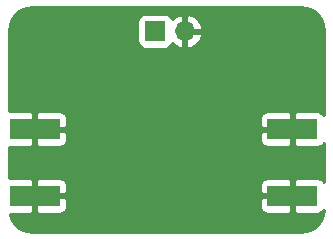
<source format=gbr>
%TF.GenerationSoftware,KiCad,Pcbnew,(5.1.9)-1*%
%TF.CreationDate,2021-03-17T20:36:52-04:00*%
%TF.ProjectId,VVA_Macom,5656415f-4d61-4636-9f6d-2e6b69636164,rev?*%
%TF.SameCoordinates,Original*%
%TF.FileFunction,Copper,L2,Bot*%
%TF.FilePolarity,Positive*%
%FSLAX46Y46*%
G04 Gerber Fmt 4.6, Leading zero omitted, Abs format (unit mm)*
G04 Created by KiCad (PCBNEW (5.1.9)-1) date 2021-03-17 20:36:52*
%MOMM*%
%LPD*%
G01*
G04 APERTURE LIST*
%TA.AperFunction,SMDPad,CuDef*%
%ADD10R,4.200000X1.750000*%
%TD*%
%TA.AperFunction,ComponentPad*%
%ADD11O,1.700000X1.700000*%
%TD*%
%TA.AperFunction,ComponentPad*%
%ADD12R,1.700000X1.700000*%
%TD*%
%TA.AperFunction,ViaPad*%
%ADD13C,0.800000*%
%TD*%
%TA.AperFunction,Conductor*%
%ADD14C,0.254000*%
%TD*%
%TA.AperFunction,Conductor*%
%ADD15C,0.100000*%
%TD*%
G04 APERTURE END LIST*
D10*
%TO.P,Jout1,3_2*%
%TO.N,GND*%
X155425800Y-80817200D03*
%TO.P,Jout1,2_2*%
X155425800Y-86467200D03*
%TD*%
%TO.P,JIn1,3_2*%
%TO.N,GND*%
X133600800Y-86467200D03*
%TO.P,JIn1,2_2*%
X133600800Y-80817200D03*
%TD*%
D11*
%TO.P,JPower1,2*%
%TO.N,GND*%
X146329400Y-72517000D03*
D12*
%TO.P,JPower1,1*%
%TO.N,Net-(CC3-Pad2)*%
X143789400Y-72517000D03*
%TD*%
D13*
%TO.N,GND*%
X132309350Y-72097076D03*
X132309350Y-76097076D03*
X134309350Y-74097076D03*
X134309350Y-78097076D03*
X136309350Y-72097076D03*
X136309350Y-76097076D03*
X137309350Y-80097076D03*
X137309350Y-86097076D03*
X138309350Y-74097076D03*
X140309350Y-72097076D03*
X140309350Y-81097076D03*
X140309350Y-87097076D03*
X141309350Y-75097076D03*
X142309350Y-85097076D03*
X144309350Y-87097076D03*
X145309350Y-75097076D03*
X146309350Y-78097076D03*
X146309350Y-85097076D03*
X147309350Y-81097076D03*
X148309350Y-76097076D03*
X148309350Y-87097076D03*
X149309350Y-72097076D03*
X149309350Y-79097076D03*
X151309350Y-74097076D03*
X151309350Y-81097076D03*
X151309350Y-86097076D03*
X152309350Y-77097076D03*
X153309350Y-72097076D03*
X154309350Y-75097076D03*
X155309350Y-78097076D03*
X156309350Y-73097076D03*
X157309350Y-76097076D03*
%TD*%
D14*
%TO.N,GND*%
X156574545Y-70548909D02*
X156925208Y-70654780D01*
X157248625Y-70826744D01*
X157532484Y-71058254D01*
X157765965Y-71340486D01*
X157940183Y-71662695D01*
X158048502Y-72012614D01*
X158090001Y-72407452D01*
X158090001Y-79650685D01*
X158056337Y-79587706D01*
X157976985Y-79491015D01*
X157880294Y-79411663D01*
X157769980Y-79352698D01*
X157650282Y-79316388D01*
X157525800Y-79304128D01*
X155711550Y-79307200D01*
X155552800Y-79465950D01*
X155552800Y-80690200D01*
X155572800Y-80690200D01*
X155572800Y-80944200D01*
X155552800Y-80944200D01*
X155552800Y-82168450D01*
X155711550Y-82327200D01*
X157525800Y-82330272D01*
X157650282Y-82318012D01*
X157769980Y-82281702D01*
X157880294Y-82222737D01*
X157976985Y-82143385D01*
X158056337Y-82046694D01*
X158090000Y-81983715D01*
X158090000Y-85300684D01*
X158056337Y-85237706D01*
X157976985Y-85141015D01*
X157880294Y-85061663D01*
X157769980Y-85002698D01*
X157650282Y-84966388D01*
X157525800Y-84954128D01*
X155711550Y-84957200D01*
X155552800Y-85115950D01*
X155552800Y-86340200D01*
X155572800Y-86340200D01*
X155572800Y-86594200D01*
X155552800Y-86594200D01*
X155552800Y-87818450D01*
X155711550Y-87977200D01*
X157525800Y-87980272D01*
X157650282Y-87968012D01*
X157769980Y-87931702D01*
X157880294Y-87872737D01*
X157976985Y-87793385D01*
X158056337Y-87696694D01*
X158085678Y-87641802D01*
X158051091Y-87994545D01*
X157945220Y-88345206D01*
X157773257Y-88668623D01*
X157541748Y-88952482D01*
X157259514Y-89185965D01*
X156937304Y-89360184D01*
X156587385Y-89468502D01*
X156192557Y-89510000D01*
X133382279Y-89510000D01*
X132985455Y-89471091D01*
X132634794Y-89365220D01*
X132311377Y-89193257D01*
X132027518Y-88961748D01*
X131794035Y-88679514D01*
X131619816Y-88357304D01*
X131511498Y-88007385D01*
X131508647Y-87980259D01*
X133315050Y-87977200D01*
X133473800Y-87818450D01*
X133473800Y-86594200D01*
X133727800Y-86594200D01*
X133727800Y-87818450D01*
X133886550Y-87977200D01*
X135700800Y-87980272D01*
X135825282Y-87968012D01*
X135944980Y-87931702D01*
X136055294Y-87872737D01*
X136151985Y-87793385D01*
X136231337Y-87696694D01*
X136290302Y-87586380D01*
X136326612Y-87466682D01*
X136338872Y-87342200D01*
X152687728Y-87342200D01*
X152699988Y-87466682D01*
X152736298Y-87586380D01*
X152795263Y-87696694D01*
X152874615Y-87793385D01*
X152971306Y-87872737D01*
X153081620Y-87931702D01*
X153201318Y-87968012D01*
X153325800Y-87980272D01*
X155140050Y-87977200D01*
X155298800Y-87818450D01*
X155298800Y-86594200D01*
X152849550Y-86594200D01*
X152690800Y-86752950D01*
X152687728Y-87342200D01*
X136338872Y-87342200D01*
X136335800Y-86752950D01*
X136177050Y-86594200D01*
X133727800Y-86594200D01*
X133473800Y-86594200D01*
X133453800Y-86594200D01*
X133453800Y-86340200D01*
X133473800Y-86340200D01*
X133473800Y-85115950D01*
X133727800Y-85115950D01*
X133727800Y-86340200D01*
X136177050Y-86340200D01*
X136335800Y-86181450D01*
X136338872Y-85592200D01*
X152687728Y-85592200D01*
X152690800Y-86181450D01*
X152849550Y-86340200D01*
X155298800Y-86340200D01*
X155298800Y-85115950D01*
X155140050Y-84957200D01*
X153325800Y-84954128D01*
X153201318Y-84966388D01*
X153081620Y-85002698D01*
X152971306Y-85061663D01*
X152874615Y-85141015D01*
X152795263Y-85237706D01*
X152736298Y-85348020D01*
X152699988Y-85467718D01*
X152687728Y-85592200D01*
X136338872Y-85592200D01*
X136326612Y-85467718D01*
X136290302Y-85348020D01*
X136231337Y-85237706D01*
X136151985Y-85141015D01*
X136055294Y-85061663D01*
X135944980Y-85002698D01*
X135825282Y-84966388D01*
X135700800Y-84954128D01*
X133886550Y-84957200D01*
X133727800Y-85115950D01*
X133473800Y-85115950D01*
X133315050Y-84957200D01*
X131500800Y-84954128D01*
X131470000Y-84957161D01*
X131470000Y-82327239D01*
X131500800Y-82330272D01*
X133315050Y-82327200D01*
X133473800Y-82168450D01*
X133473800Y-80944200D01*
X133727800Y-80944200D01*
X133727800Y-82168450D01*
X133886550Y-82327200D01*
X135700800Y-82330272D01*
X135825282Y-82318012D01*
X135944980Y-82281702D01*
X136055294Y-82222737D01*
X136151985Y-82143385D01*
X136231337Y-82046694D01*
X136290302Y-81936380D01*
X136326612Y-81816682D01*
X136338872Y-81692200D01*
X152687728Y-81692200D01*
X152699988Y-81816682D01*
X152736298Y-81936380D01*
X152795263Y-82046694D01*
X152874615Y-82143385D01*
X152971306Y-82222737D01*
X153081620Y-82281702D01*
X153201318Y-82318012D01*
X153325800Y-82330272D01*
X155140050Y-82327200D01*
X155298800Y-82168450D01*
X155298800Y-80944200D01*
X152849550Y-80944200D01*
X152690800Y-81102950D01*
X152687728Y-81692200D01*
X136338872Y-81692200D01*
X136335800Y-81102950D01*
X136177050Y-80944200D01*
X133727800Y-80944200D01*
X133473800Y-80944200D01*
X133453800Y-80944200D01*
X133453800Y-80690200D01*
X133473800Y-80690200D01*
X133473800Y-79465950D01*
X133727800Y-79465950D01*
X133727800Y-80690200D01*
X136177050Y-80690200D01*
X136335800Y-80531450D01*
X136338872Y-79942200D01*
X152687728Y-79942200D01*
X152690800Y-80531450D01*
X152849550Y-80690200D01*
X155298800Y-80690200D01*
X155298800Y-79465950D01*
X155140050Y-79307200D01*
X153325800Y-79304128D01*
X153201318Y-79316388D01*
X153081620Y-79352698D01*
X152971306Y-79411663D01*
X152874615Y-79491015D01*
X152795263Y-79587706D01*
X152736298Y-79698020D01*
X152699988Y-79817718D01*
X152687728Y-79942200D01*
X136338872Y-79942200D01*
X136326612Y-79817718D01*
X136290302Y-79698020D01*
X136231337Y-79587706D01*
X136151985Y-79491015D01*
X136055294Y-79411663D01*
X135944980Y-79352698D01*
X135825282Y-79316388D01*
X135700800Y-79304128D01*
X133886550Y-79307200D01*
X133727800Y-79465950D01*
X133473800Y-79465950D01*
X133315050Y-79307200D01*
X131500800Y-79304128D01*
X131470000Y-79307161D01*
X131470000Y-72422279D01*
X131508909Y-72025455D01*
X131614780Y-71674792D01*
X131618923Y-71667000D01*
X142301328Y-71667000D01*
X142301328Y-73367000D01*
X142313588Y-73491482D01*
X142349898Y-73611180D01*
X142408863Y-73721494D01*
X142488215Y-73818185D01*
X142584906Y-73897537D01*
X142695220Y-73956502D01*
X142814918Y-73992812D01*
X142939400Y-74005072D01*
X144639400Y-74005072D01*
X144763882Y-73992812D01*
X144883580Y-73956502D01*
X144993894Y-73897537D01*
X145090585Y-73818185D01*
X145169937Y-73721494D01*
X145228902Y-73611180D01*
X145253366Y-73530534D01*
X145329131Y-73614588D01*
X145562480Y-73788641D01*
X145825301Y-73913825D01*
X145972510Y-73958476D01*
X146202400Y-73837155D01*
X146202400Y-72644000D01*
X146456400Y-72644000D01*
X146456400Y-73837155D01*
X146686290Y-73958476D01*
X146833499Y-73913825D01*
X147096320Y-73788641D01*
X147329669Y-73614588D01*
X147524578Y-73398355D01*
X147673557Y-73148252D01*
X147770881Y-72873891D01*
X147650214Y-72644000D01*
X146456400Y-72644000D01*
X146202400Y-72644000D01*
X146182400Y-72644000D01*
X146182400Y-72390000D01*
X146202400Y-72390000D01*
X146202400Y-71196845D01*
X146456400Y-71196845D01*
X146456400Y-72390000D01*
X147650214Y-72390000D01*
X147770881Y-72160109D01*
X147673557Y-71885748D01*
X147524578Y-71635645D01*
X147329669Y-71419412D01*
X147096320Y-71245359D01*
X146833499Y-71120175D01*
X146686290Y-71075524D01*
X146456400Y-71196845D01*
X146202400Y-71196845D01*
X145972510Y-71075524D01*
X145825301Y-71120175D01*
X145562480Y-71245359D01*
X145329131Y-71419412D01*
X145253366Y-71503466D01*
X145228902Y-71422820D01*
X145169937Y-71312506D01*
X145090585Y-71215815D01*
X144993894Y-71136463D01*
X144883580Y-71077498D01*
X144763882Y-71041188D01*
X144639400Y-71028928D01*
X142939400Y-71028928D01*
X142814918Y-71041188D01*
X142695220Y-71077498D01*
X142584906Y-71136463D01*
X142488215Y-71215815D01*
X142408863Y-71312506D01*
X142349898Y-71422820D01*
X142313588Y-71542518D01*
X142301328Y-71667000D01*
X131618923Y-71667000D01*
X131786744Y-71351375D01*
X132018254Y-71067516D01*
X132300486Y-70834035D01*
X132622695Y-70659817D01*
X132972614Y-70551498D01*
X133367443Y-70510000D01*
X156177721Y-70510000D01*
X156574545Y-70548909D01*
%TA.AperFunction,Conductor*%
D15*
G36*
X156574545Y-70548909D02*
G01*
X156925208Y-70654780D01*
X157248625Y-70826744D01*
X157532484Y-71058254D01*
X157765965Y-71340486D01*
X157940183Y-71662695D01*
X158048502Y-72012614D01*
X158090001Y-72407452D01*
X158090001Y-79650685D01*
X158056337Y-79587706D01*
X157976985Y-79491015D01*
X157880294Y-79411663D01*
X157769980Y-79352698D01*
X157650282Y-79316388D01*
X157525800Y-79304128D01*
X155711550Y-79307200D01*
X155552800Y-79465950D01*
X155552800Y-80690200D01*
X155572800Y-80690200D01*
X155572800Y-80944200D01*
X155552800Y-80944200D01*
X155552800Y-82168450D01*
X155711550Y-82327200D01*
X157525800Y-82330272D01*
X157650282Y-82318012D01*
X157769980Y-82281702D01*
X157880294Y-82222737D01*
X157976985Y-82143385D01*
X158056337Y-82046694D01*
X158090000Y-81983715D01*
X158090000Y-85300684D01*
X158056337Y-85237706D01*
X157976985Y-85141015D01*
X157880294Y-85061663D01*
X157769980Y-85002698D01*
X157650282Y-84966388D01*
X157525800Y-84954128D01*
X155711550Y-84957200D01*
X155552800Y-85115950D01*
X155552800Y-86340200D01*
X155572800Y-86340200D01*
X155572800Y-86594200D01*
X155552800Y-86594200D01*
X155552800Y-87818450D01*
X155711550Y-87977200D01*
X157525800Y-87980272D01*
X157650282Y-87968012D01*
X157769980Y-87931702D01*
X157880294Y-87872737D01*
X157976985Y-87793385D01*
X158056337Y-87696694D01*
X158085678Y-87641802D01*
X158051091Y-87994545D01*
X157945220Y-88345206D01*
X157773257Y-88668623D01*
X157541748Y-88952482D01*
X157259514Y-89185965D01*
X156937304Y-89360184D01*
X156587385Y-89468502D01*
X156192557Y-89510000D01*
X133382279Y-89510000D01*
X132985455Y-89471091D01*
X132634794Y-89365220D01*
X132311377Y-89193257D01*
X132027518Y-88961748D01*
X131794035Y-88679514D01*
X131619816Y-88357304D01*
X131511498Y-88007385D01*
X131508647Y-87980259D01*
X133315050Y-87977200D01*
X133473800Y-87818450D01*
X133473800Y-86594200D01*
X133727800Y-86594200D01*
X133727800Y-87818450D01*
X133886550Y-87977200D01*
X135700800Y-87980272D01*
X135825282Y-87968012D01*
X135944980Y-87931702D01*
X136055294Y-87872737D01*
X136151985Y-87793385D01*
X136231337Y-87696694D01*
X136290302Y-87586380D01*
X136326612Y-87466682D01*
X136338872Y-87342200D01*
X152687728Y-87342200D01*
X152699988Y-87466682D01*
X152736298Y-87586380D01*
X152795263Y-87696694D01*
X152874615Y-87793385D01*
X152971306Y-87872737D01*
X153081620Y-87931702D01*
X153201318Y-87968012D01*
X153325800Y-87980272D01*
X155140050Y-87977200D01*
X155298800Y-87818450D01*
X155298800Y-86594200D01*
X152849550Y-86594200D01*
X152690800Y-86752950D01*
X152687728Y-87342200D01*
X136338872Y-87342200D01*
X136335800Y-86752950D01*
X136177050Y-86594200D01*
X133727800Y-86594200D01*
X133473800Y-86594200D01*
X133453800Y-86594200D01*
X133453800Y-86340200D01*
X133473800Y-86340200D01*
X133473800Y-85115950D01*
X133727800Y-85115950D01*
X133727800Y-86340200D01*
X136177050Y-86340200D01*
X136335800Y-86181450D01*
X136338872Y-85592200D01*
X152687728Y-85592200D01*
X152690800Y-86181450D01*
X152849550Y-86340200D01*
X155298800Y-86340200D01*
X155298800Y-85115950D01*
X155140050Y-84957200D01*
X153325800Y-84954128D01*
X153201318Y-84966388D01*
X153081620Y-85002698D01*
X152971306Y-85061663D01*
X152874615Y-85141015D01*
X152795263Y-85237706D01*
X152736298Y-85348020D01*
X152699988Y-85467718D01*
X152687728Y-85592200D01*
X136338872Y-85592200D01*
X136326612Y-85467718D01*
X136290302Y-85348020D01*
X136231337Y-85237706D01*
X136151985Y-85141015D01*
X136055294Y-85061663D01*
X135944980Y-85002698D01*
X135825282Y-84966388D01*
X135700800Y-84954128D01*
X133886550Y-84957200D01*
X133727800Y-85115950D01*
X133473800Y-85115950D01*
X133315050Y-84957200D01*
X131500800Y-84954128D01*
X131470000Y-84957161D01*
X131470000Y-82327239D01*
X131500800Y-82330272D01*
X133315050Y-82327200D01*
X133473800Y-82168450D01*
X133473800Y-80944200D01*
X133727800Y-80944200D01*
X133727800Y-82168450D01*
X133886550Y-82327200D01*
X135700800Y-82330272D01*
X135825282Y-82318012D01*
X135944980Y-82281702D01*
X136055294Y-82222737D01*
X136151985Y-82143385D01*
X136231337Y-82046694D01*
X136290302Y-81936380D01*
X136326612Y-81816682D01*
X136338872Y-81692200D01*
X152687728Y-81692200D01*
X152699988Y-81816682D01*
X152736298Y-81936380D01*
X152795263Y-82046694D01*
X152874615Y-82143385D01*
X152971306Y-82222737D01*
X153081620Y-82281702D01*
X153201318Y-82318012D01*
X153325800Y-82330272D01*
X155140050Y-82327200D01*
X155298800Y-82168450D01*
X155298800Y-80944200D01*
X152849550Y-80944200D01*
X152690800Y-81102950D01*
X152687728Y-81692200D01*
X136338872Y-81692200D01*
X136335800Y-81102950D01*
X136177050Y-80944200D01*
X133727800Y-80944200D01*
X133473800Y-80944200D01*
X133453800Y-80944200D01*
X133453800Y-80690200D01*
X133473800Y-80690200D01*
X133473800Y-79465950D01*
X133727800Y-79465950D01*
X133727800Y-80690200D01*
X136177050Y-80690200D01*
X136335800Y-80531450D01*
X136338872Y-79942200D01*
X152687728Y-79942200D01*
X152690800Y-80531450D01*
X152849550Y-80690200D01*
X155298800Y-80690200D01*
X155298800Y-79465950D01*
X155140050Y-79307200D01*
X153325800Y-79304128D01*
X153201318Y-79316388D01*
X153081620Y-79352698D01*
X152971306Y-79411663D01*
X152874615Y-79491015D01*
X152795263Y-79587706D01*
X152736298Y-79698020D01*
X152699988Y-79817718D01*
X152687728Y-79942200D01*
X136338872Y-79942200D01*
X136326612Y-79817718D01*
X136290302Y-79698020D01*
X136231337Y-79587706D01*
X136151985Y-79491015D01*
X136055294Y-79411663D01*
X135944980Y-79352698D01*
X135825282Y-79316388D01*
X135700800Y-79304128D01*
X133886550Y-79307200D01*
X133727800Y-79465950D01*
X133473800Y-79465950D01*
X133315050Y-79307200D01*
X131500800Y-79304128D01*
X131470000Y-79307161D01*
X131470000Y-72422279D01*
X131508909Y-72025455D01*
X131614780Y-71674792D01*
X131618923Y-71667000D01*
X142301328Y-71667000D01*
X142301328Y-73367000D01*
X142313588Y-73491482D01*
X142349898Y-73611180D01*
X142408863Y-73721494D01*
X142488215Y-73818185D01*
X142584906Y-73897537D01*
X142695220Y-73956502D01*
X142814918Y-73992812D01*
X142939400Y-74005072D01*
X144639400Y-74005072D01*
X144763882Y-73992812D01*
X144883580Y-73956502D01*
X144993894Y-73897537D01*
X145090585Y-73818185D01*
X145169937Y-73721494D01*
X145228902Y-73611180D01*
X145253366Y-73530534D01*
X145329131Y-73614588D01*
X145562480Y-73788641D01*
X145825301Y-73913825D01*
X145972510Y-73958476D01*
X146202400Y-73837155D01*
X146202400Y-72644000D01*
X146456400Y-72644000D01*
X146456400Y-73837155D01*
X146686290Y-73958476D01*
X146833499Y-73913825D01*
X147096320Y-73788641D01*
X147329669Y-73614588D01*
X147524578Y-73398355D01*
X147673557Y-73148252D01*
X147770881Y-72873891D01*
X147650214Y-72644000D01*
X146456400Y-72644000D01*
X146202400Y-72644000D01*
X146182400Y-72644000D01*
X146182400Y-72390000D01*
X146202400Y-72390000D01*
X146202400Y-71196845D01*
X146456400Y-71196845D01*
X146456400Y-72390000D01*
X147650214Y-72390000D01*
X147770881Y-72160109D01*
X147673557Y-71885748D01*
X147524578Y-71635645D01*
X147329669Y-71419412D01*
X147096320Y-71245359D01*
X146833499Y-71120175D01*
X146686290Y-71075524D01*
X146456400Y-71196845D01*
X146202400Y-71196845D01*
X145972510Y-71075524D01*
X145825301Y-71120175D01*
X145562480Y-71245359D01*
X145329131Y-71419412D01*
X145253366Y-71503466D01*
X145228902Y-71422820D01*
X145169937Y-71312506D01*
X145090585Y-71215815D01*
X144993894Y-71136463D01*
X144883580Y-71077498D01*
X144763882Y-71041188D01*
X144639400Y-71028928D01*
X142939400Y-71028928D01*
X142814918Y-71041188D01*
X142695220Y-71077498D01*
X142584906Y-71136463D01*
X142488215Y-71215815D01*
X142408863Y-71312506D01*
X142349898Y-71422820D01*
X142313588Y-71542518D01*
X142301328Y-71667000D01*
X131618923Y-71667000D01*
X131786744Y-71351375D01*
X132018254Y-71067516D01*
X132300486Y-70834035D01*
X132622695Y-70659817D01*
X132972614Y-70551498D01*
X133367443Y-70510000D01*
X156177721Y-70510000D01*
X156574545Y-70548909D01*
G37*
%TD.AperFunction*%
%TD*%
M02*

</source>
